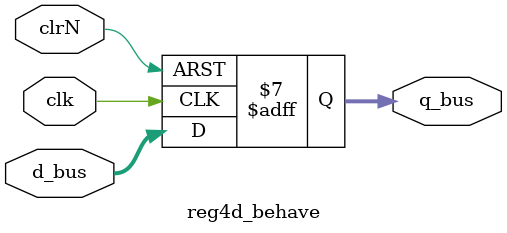
<source format=v>
/*
    4-bit reg from Dff, behavioral model
*/

`timescale 1ns/1ns
`define HALF 5
`define REPS 4
`define SEED 888


module tb();
    wire [3:0] Q;
    reg [3:0] D;
    reg clrN;
    reg clk;

    integer ii;
    integer jj;
    integer seed;

    reg4d_behave DUT (
                        .q_bus(Q),
                        .d_bus(D),
                        .clrN(clrN),
                        .clk(clk)
                    );
    
    always begin
        #`HALF;
        clk = ~clk;
    end

    initial begin
        $dumpfile("wave.vcd");
        $dumpvars(0, tb);
        $write("\ntest behavioral version of the 4-bit reg\n\n");
        clrN = 1'b1;
        clk = 1'b0;
        D = 4'b0000;
        seed = `SEED;
        $write(" clrN    D   |   Q \n");
        $write(" --------------------\n\n");

        for (ii = 0; ii < `REPS; ii = ii + 1) begin
            for (jj = 0; jj < 4; jj = jj + 1) begin
                D[jj] = $random(seed) % 2;
            end
            #(`HALF - 1);
            $write("  %1b    %4b  |  %4b      %3t ns  before edge\n",
                clrN, D, Q, $time);
            #2;
            $write("  %1b    %1b  |  %4b      %3t ns  after edge\n\n",
                clrN, D, Q, $time);
            #(`HALF - 1);
        end

        clrN = 1'b0;
        $write(" --------------------\n\n");
        for (ii = 0; ii < `REPS; ii = ii + 1) begin
            for (jj = 0; jj < 4; jj = jj + 1) begin
                D[jj] = $random(seed) % 2;
            end
            #(`HALF - 1);
            $write("  %1b    %4b  |  %4b      %3t ns  before edge\n",
                clrN, D, Q, $time);
            #2;
            $write("  %1b    %1b  |  %4b      %3t ns  after edge\n\n",
                clrN, D, Q, $time);
            #(`HALF - 1);
        end
        
        
        $write("\n\n\t\t ~ ~ ~ TEST COMPLETE ~ ~ ~\n\n");
        $finish;
    end

endmodule


////~~~~


module reg4d_behave (
                        output reg [3:0] q_bus,
                        input wire [3:0] d_bus,
                        input wire clrN,
                        input wire clk
                    );
    always @ (posedge clk or negedge clrN) begin
        if (clrN == 1'b0) begin
            q_bus <= 4'b0000;
        end
        else begin
            q_bus = d_bus;
        end
    end
endmodule


////////~~~~~~~~END>  reg4d_behave.v

</source>
